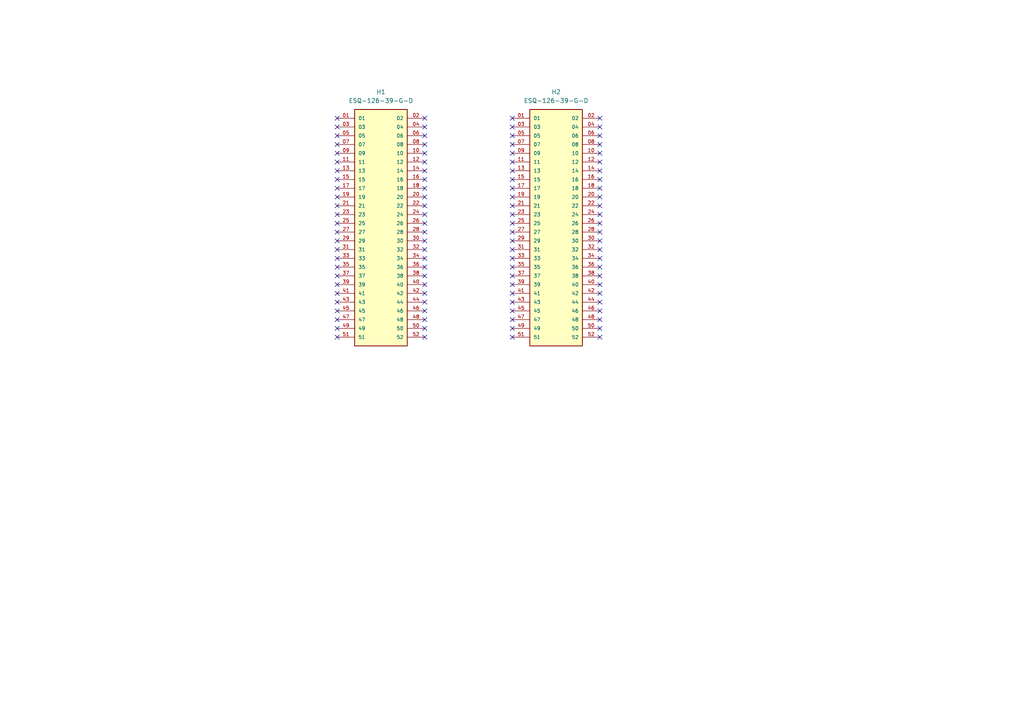
<source format=kicad_sch>
(kicad_sch (version 20231120) (generator "eeschema") (generator_version "8.0")
  (paper "A4")
  (lib_symbols
    (symbol "cubesat_rp2040:ESQ-126-39-G-D" (pin_names (offset 1.016))
      (property "Reference" "J" (at -8.12 35.56 0))
      (property "Value" "ESQ-126-39-G-D" (at -7.62 -35.56 0))
      (symbol "ESQ-126-39-G-D_0_0"
        (rectangle (start -7.62 -33.02) (end 7.62 35.56) (stroke (width 0.254)) (fill (type background)))
        (pin passive line (at -12.7 33.02 0) (length 5.08) (name "01") (number "01"))
        (pin passive line (at 12.7 33.02 180) (length 5.08) (name "02") (number "02"))
        (pin passive line (at -12.7 30.48 0) (length 5.08) (name "03") (number "03"))
        (pin passive line (at 12.7 30.48 180) (length 5.08) (name "04") (number "04"))
        (pin passive line (at -12.7 27.94 0) (length 5.08) (name "05") (number "05"))
        (pin passive line (at 12.7 27.94 180) (length 5.08) (name "06") (number "06"))
        (pin passive line (at -12.7 25.4 0) (length 5.08) (name "07") (number "07"))
        (pin passive line (at 12.7 25.4 180) (length 5.08) (name "08") (number "08"))
        (pin passive line (at -12.7 22.86 0) (length 5.08) (name "09") (number "09"))
        (pin passive line (at 12.7 22.86 180) (length 5.08) (name "10") (number "10"))
        (pin passive line (at -12.7 20.32 0) (length 5.08) (name "11") (number "11"))
        (pin passive line (at 12.7 20.32 180) (length 5.08) (name "12") (number "12"))
        (pin passive line (at -12.7 17.78 0) (length 5.08) (name "13") (number "13"))
        (pin passive line (at 12.7 17.78 180) (length 5.08) (name "14") (number "14"))
        (pin passive line (at -12.7 15.24 0) (length 5.08) (name "15") (number "15"))
        (pin passive line (at 12.7 15.24 180) (length 5.08) (name "16") (number "16"))
        (pin passive line (at -12.7 12.7 0) (length 5.08) (name "17") (number "17"))
        (pin passive line (at 12.7 12.7 180) (length 5.08) (name "18") (number "18"))
        (pin passive line (at -12.7 10.16 0) (length 5.08) (name "19") (number "19"))
        (pin passive line (at 12.7 10.16 180) (length 5.08) (name "20") (number "20"))
        (pin passive line (at -12.7 7.62 0) (length 5.08) (name "21") (number "21"))
        (pin passive line (at 12.7 7.62 180) (length 5.08) (name "22") (number "22"))
        (pin passive line (at -12.7 5.08 0) (length 5.08) (name "23") (number "23"))
        (pin passive line (at 12.7 5.08 180) (length 5.08) (name "24") (number "24"))
        (pin passive line (at -12.7 2.54 0) (length 5.08) (name "25") (number "25"))
        (pin passive line (at 12.7 2.54 180) (length 5.08) (name "26") (number "26"))
        (pin passive line (at -12.7 0 0) (length 5.08) (name "27") (number "27"))
        (pin passive line (at 12.7 0 180) (length 5.08) (name "28") (number "28"))
        (pin passive line (at -12.7 -2.54 0) (length 5.08) (name "29") (number "29"))
        (pin passive line (at 12.7 -2.54 180) (length 5.08) (name "30") (number "30"))
        (pin passive line (at -12.7 -5.08 0) (length 5.08) (name "31") (number "31"))
        (pin passive line (at 12.7 -5.08 180) (length 5.08) (name "32") (number "32"))
        (pin passive line (at -12.7 -7.62 0) (length 5.08) (name "33") (number "33"))
        (pin passive line (at 12.7 -7.62 180) (length 5.08) (name "34") (number "34"))
        (pin passive line (at -12.7 -10.16 0) (length 5.08) (name "35") (number "35"))
        (pin passive line (at 12.7 -10.16 180) (length 5.08) (name "36") (number "36"))
        (pin passive line (at -12.7 -12.7 0) (length 5.08) (name "37") (number "37"))
        (pin passive line (at 12.7 -12.7 180) (length 5.08) (name "38") (number "38"))
        (pin passive line (at -12.7 -15.24 0) (length 5.08) (name "39") (number "39"))
        (pin passive line (at 12.7 -15.24 180) (length 5.08) (name "40") (number "40"))
        (pin passive line (at -12.7 -17.78 0) (length 5.08) (name "41") (number "41"))
        (pin passive line (at 12.7 -17.78 180) (length 5.08) (name "42") (number "42"))
        (pin passive line (at -12.7 -20.32 0) (length 5.08) (name "43") (number "43"))
        (pin passive line (at 12.7 -20.32 180) (length 5.08) (name "44") (number "44"))
        (pin passive line (at -12.7 -22.86 0) (length 5.08) (name "45") (number "45"))
        (pin passive line (at 12.7 -22.86 180) (length 5.08) (name "46") (number "46"))
        (pin passive line (at -12.7 -25.4 0) (length 5.08) (name "47") (number "47"))
        (pin passive line (at 12.7 -25.4 180) (length 5.08) (name "48") (number "48"))
        (pin passive line (at -12.7 -27.94 0) (length 5.08) (name "49") (number "49"))
        (pin passive line (at 12.7 -27.94 180) (length 5.08) (name "50") (number "50"))
        (pin passive line (at -12.7 -30.48 0) (length 5.08) (name "51") (number "51"))
        (pin passive line (at 12.7 -30.48 180) (length 5.08) (name "52") (number "52"))
      )
    )
  )
  (no_connect (at 97.79 67.31))
  (no_connect (at 97.79 49.53))
  (no_connect (at 173.99 36.83))
  (no_connect (at 97.79 39.37))
  (no_connect (at 173.99 74.93))
  (no_connect (at 173.99 64.77))
  (no_connect (at 123.19 97.79))
  (no_connect (at 97.79 34.29))
  (no_connect (at 123.19 41.91))
  (no_connect (at 173.99 44.45))
  (no_connect (at 148.59 36.83))
  (no_connect (at 123.19 54.61))
  (no_connect (at 148.59 34.29))
  (no_connect (at 97.79 97.79))
  (no_connect (at 148.59 69.85))
  (no_connect (at 123.19 34.29))
  (no_connect (at 148.59 54.61))
  (no_connect (at 97.79 64.77))
  (no_connect (at 148.59 97.79))
  (no_connect (at 97.79 69.85))
  (no_connect (at 123.19 52.07))
  (no_connect (at 123.19 90.17))
  (no_connect (at 173.99 52.07))
  (no_connect (at 148.59 44.45))
  (no_connect (at 123.19 85.09))
  (no_connect (at 148.59 46.99))
  (no_connect (at 148.59 59.69))
  (no_connect (at 148.59 57.15))
  (no_connect (at 97.79 90.17))
  (no_connect (at 173.99 90.17))
  (no_connect (at 173.99 82.55))
  (no_connect (at 173.99 34.29))
  (no_connect (at 97.79 41.91))
  (no_connect (at 97.79 87.63))
  (no_connect (at 123.19 64.77))
  (no_connect (at 148.59 67.31))
  (no_connect (at 148.59 74.93))
  (no_connect (at 173.99 59.69))
  (no_connect (at 148.59 82.55))
  (no_connect (at 148.59 49.53))
  (no_connect (at 148.59 95.25))
  (no_connect (at 123.19 87.63))
  (no_connect (at 148.59 39.37))
  (no_connect (at 97.79 85.09))
  (no_connect (at 123.19 62.23))
  (no_connect (at 123.19 72.39))
  (no_connect (at 97.79 54.61))
  (no_connect (at 173.99 54.61))
  (no_connect (at 148.59 62.23))
  (no_connect (at 148.59 77.47))
  (no_connect (at 97.79 62.23))
  (no_connect (at 123.19 77.47))
  (no_connect (at 148.59 72.39))
  (no_connect (at 123.19 49.53))
  (no_connect (at 173.99 49.53))
  (no_connect (at 148.59 87.63))
  (no_connect (at 173.99 97.79))
  (no_connect (at 97.79 44.45))
  (no_connect (at 173.99 87.63))
  (no_connect (at 173.99 39.37))
  (no_connect (at 123.19 36.83))
  (no_connect (at 148.59 92.71))
  (no_connect (at 173.99 67.31))
  (no_connect (at 97.79 36.83))
  (no_connect (at 148.59 52.07))
  (no_connect (at 97.79 95.25))
  (no_connect (at 123.19 67.31))
  (no_connect (at 173.99 85.09))
  (no_connect (at 148.59 90.17))
  (no_connect (at 123.19 95.25))
  (no_connect (at 123.19 92.71))
  (no_connect (at 123.19 74.93))
  (no_connect (at 148.59 85.09))
  (no_connect (at 123.19 69.85))
  (no_connect (at 173.99 72.39))
  (no_connect (at 173.99 57.15))
  (no_connect (at 97.79 52.07))
  (no_connect (at 97.79 72.39))
  (no_connect (at 173.99 62.23))
  (no_connect (at 97.79 57.15))
  (no_connect (at 173.99 46.99))
  (no_connect (at 97.79 46.99))
  (no_connect (at 148.59 80.01))
  (no_connect (at 173.99 80.01))
  (no_connect (at 173.99 69.85))
  (no_connect (at 97.79 80.01))
  (no_connect (at 97.79 77.47))
  (no_connect (at 123.19 57.15))
  (no_connect (at 123.19 82.55))
  (no_connect (at 97.79 82.55))
  (no_connect (at 173.99 41.91))
  (no_connect (at 123.19 39.37))
  (no_connect (at 97.79 92.71))
  (no_connect (at 123.19 44.45))
  (no_connect (at 123.19 80.01))
  (no_connect (at 173.99 95.25))
  (no_connect (at 148.59 41.91))
  (no_connect (at 173.99 77.47))
  (no_connect (at 173.99 92.71))
  (no_connect (at 123.19 59.69))
  (no_connect (at 97.79 59.69))
  (no_connect (at 148.59 64.77))
  (no_connect (at 97.79 74.93))
  (no_connect (at 123.19 46.99))
  (symbol (lib_id "cubesat_rp2040:ESQ-126-39-G-D") (at 161.29 67.31 0) (unit 1)
    (property "Reference" "H2" (at 161.29 26.67 0))
    (property "Value" "ESQ-126-39-G-D" (at 161.29 29.21 0))
    (property "Footprint" "cubesat_rp2040:SAMTEC_ESQ-126-39-G-D" (effects (hide yes)))
    (property "Datasheet" "http://suddendocs.samtec.com/prints/esq-1xx-xx-x-x-xxx-xx-x-xx-mkt.pdf" (effects (hide yes)))
    (property "Mouser Part Number" "200-ESQ12639GD" (effects (hide yes)))
    (property "Mouser Price/Stock" "https://www.mouser.co.uk/ProductDetail/Samtec/ESQ-126-39-G-D?qs=Cqqh%252BS766wm7W672HSOlSA%3D%3D" (effects (hide yes)))
    (property "Manufacturer_Name" "SAMTEC" (effects (hide yes)))
    (property "Manufacturer_Part_Number" "ESQ-126-39-G-D" (effects (hide yes)))
    (property "PARTREV" "R" (effects (hide yes)))
    (property "STANDARD" "Manufacturer Recommendations" (effects (hide yes)))
    (property "MANUFACTURER" "Samtec" (effects (hide yes)))
  )
  (symbol (lib_id "cubesat_rp2040:ESQ-126-39-G-D") (at 110.49 67.31 0) (unit 1)
    (property "Reference" "H1" (at 110.49 26.67 0))
    (property "Value" "ESQ-126-39-G-D" (at 110.49 29.21 0))
    (property "Footprint" "cubesat_rp2040:SAMTEC_ESQ-126-39-G-D" (effects (hide yes)))
    (property "Datasheet" "http://suddendocs.samtec.com/prints/esq-1xx-xx-x-x-xxx-xx-x-xx-mkt.pdf" (effects (hide yes)))
    (property "Mouser Part Number" "200-ESQ12639GD" (effects (hide yes)))
    (property "Mouser Price/Stock" "https://www.mouser.co.uk/ProductDetail/Samtec/ESQ-126-39-G-D?qs=Cqqh%252BS766wm7W672HSOlSA%3D%3D" (effects (hide yes)))
    (property "Manufacturer_Name" "SAMTEC" (effects (hide yes)))
    (property "Manufacturer_Part_Number" "ESQ-126-39-G-D" (effects (hide yes)))
    (property "PARTREV" "R" (effects (hide yes)))
    (property "STANDARD" "Manufacturer Recommendations" (effects (hide yes)))
    (property "MANUFACTURER" "Samtec" (effects (hide yes)))
  )
)
</source>
